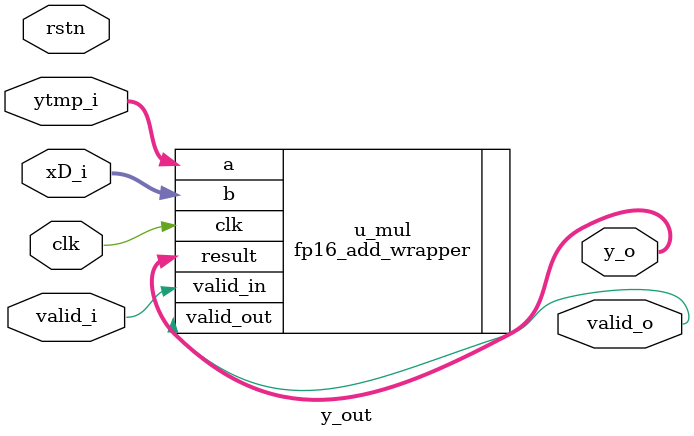
<source format=v>

module y_out #(
  parameter integer DW       = 16,
  parameter integer ADD_LAT  = 11
)(
  input  wire          clk,
  input  wire          rstn,
  input  wire          valid_i,
  input  wire [DW-1:0] ytmp_i,
  input  wire [DW-1:0] xD_i,
  output wire [DW-1:0] y_o,
  output wire          valid_o
);
    fp16_add_wrapper u_mul (
        .clk(clk),
        .valid_in(valid_i),
        .a(ytmp_i),
        .b(xD_i),
        .result(y_o),
        .valid_out(valid_o)
    );
endmodule

</source>
